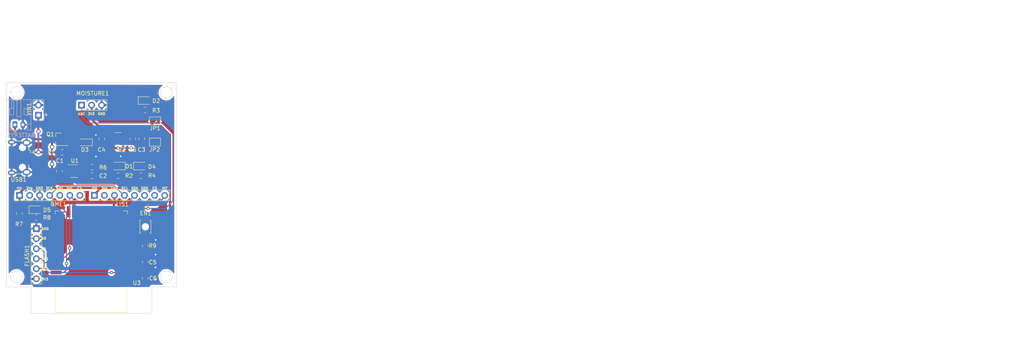
<source format=kicad_pcb>
(kicad_pcb (version 20171130) (host pcbnew "(5.1.9)-1")
  (layers (0 F.Cu signal) (31 B.Cu signal) (34 B.Paste user hide) (35 F.Paste user hide) (36 B.SilkS user) (37 F.SilkS user) (38 B.Mask user hide) (39 F.Mask user hide) (44 Edge.Cuts user))
  (net 0 "")
  (net 1 GND)
  (net 2 +BATT)
  (net 3 VBUS)
  (net 4 +3V3)
  (net 5 EN)
  (net 6 "Net-(D1-Pad1)")
  (net 7 IO2)
  (net 8 "Net-(D5-Pad1)")
  (net 9 SDA)
  (net 10 SCL)
  (net 11 TX0)
  (net 12 RX0)
  (net 13 IO0)
  (net 14 "Net-(R5-Pad1)")
  (net 15 "Net-(D4-Pad2)")
  (net 16 "Net-(U2-Pad4)")
  (net 17 "Net-(U3-Pad32)")
  (net 18 "Net-(BME1-Pad7)")
  (net 19 "Net-(BME1-Pad5)")
  (net 20 "Net-(BME1-Pad2)")
  (net 21 "Net-(C3-Pad1)")
  (net 22 "Net-(U3-Pad37)")
  (net 23 "Net-(U3-Pad31)")
  (net 24 "Net-(U3-Pad30)")
  (net 25 "Net-(U3-Pad29)")
  (net 26 "Net-(U3-Pad28)")
  (net 27 "Net-(U3-Pad27)")
  (net 28 "Net-(U3-Pad26)")
  (net 29 "Net-(U3-Pad23)")
  (net 30 "Net-(U3-Pad22)")
  (net 31 "Net-(U3-Pad21)")
  (net 32 "Net-(U3-Pad20)")
  (net 33 "Net-(U3-Pad19)")
  (net 34 "Net-(U3-Pad18)")
  (net 35 "Net-(U3-Pad17)")
  (net 36 "Net-(U3-Pad16)")
  (net 37 "Net-(U3-Pad14)")
  (net 38 "Net-(U3-Pad13)")
  (net 39 "Net-(U3-Pad12)")
  (net 40 "Net-(U3-Pad11)")
  (net 41 "Net-(U3-Pad10)")
  (net 42 "Net-(U3-Pad8)")
  (net 43 "Net-(U3-Pad7)")
  (net 44 "Net-(U3-Pad5)")
  (net 45 "Net-(U3-Pad4)")
  (net 46 "Net-(USB1-Pad4)")
  (net 47 "Net-(USB1-Pad3)")
  (net 48 "Net-(USB1-Pad2)")
  (net 49 "Net-(C4-Pad1)")
  (net 50 "Net-(R2-Pad1)")
  (net 51 "Net-(D2-Pad2)")
  (net 52 "Net-(D2-Pad1)")
  (net 53 "Net-(R6-Pad1)")
  (net 54 INT)
  (net 55 "Net-(LIS1-Pad7)")
  (net 56 "Net-(LIS1-Pad6)")
  (net 57 "Net-(LIS1-Pad2)")
  (net 58 ADC1)
  (module MountingHole:MountingHole_2.2mm_M2_Pad (layer F.Cu) (at 129.98 75.75)
    (fp_text reference REF** hide)
    (fp_text value MountingHole_2.2mm_M2_Pad)
    (pad 1 thru_hole circle (at 0 0) (size 3 3) (drill 3) (layers *.Cu *.Mask))
  )
  (module MountingHole:MountingHole_2.2mm_M2_Pad (layer F.Cu) (at 167.8 75.79)
    (fp_text reference REF** hide)
    (fp_text value MountingHole_2.2mm_M2_Pad)
    (pad 2 thru_hole circle (at 0 0) (size 3 3) (drill 3) (layers *.Cu *.Mask))
  )
  (module MountingHole:MountingHole_2.2mm_M2_Pad (layer F.Cu) (at 129.93 122.45)
    (fp_text reference REF** hide)
    (fp_text value MountingHole_2.2mm_M2_Pad)
    (pad 4 thru_hole circle (at 0 0) (size 3 3) (drill 3) (layers *.Cu *.Mask))
  )
  (module MountingHole:MountingHole_2.2mm_M2_Pad (layer F.Cu) (at 167.8 122.44)
    (fp_text reference REF** hide)
    (fp_text value MountingHole_2.2mm_M2_Pad)
    (pad 3 thru_hole circle (at 0 0) (size 3 3) (drill 3) (layers *.Cu *.Mask))
  )
  (module Connector_PinHeader_2.54mm:PinHeader_1x03_P2.54mm_Vertical (layer F.Cu) (at 146.35988 78.95336 90)
    (fp_text reference MOISTURE1 (at 2.96672 2.8194 180) (layer F.SilkS))
    (fp_text value MOISTURE)
    (pad 3 thru_hole oval (at 0 5.08 90) (size 1.7 1.7) (drill 1) (layers *.Cu *.Mask) (net 1 GND))
    (pad 2 thru_hole oval (at 0 2.54 90) (size 1.7 1.7) (drill 1) (layers *.Cu *.Mask) (net 4 +3V3))
    (pad 1 thru_hole rect (at 0 0 90) (size 1.7 1.7) (drill 1) (layers *.Cu *.Mask) (net 58 ADC1))
  )
  (module Diode_SMD:D_SOD-323_HandSoldering (layer F.Cu) (at 147.19428 88.38248 180)
    (fp_text reference D3 (at 0 -1.85) (layer F.SilkS))
    (fp_text value 1A/23V/620mV)
    (pad 2 smd rect (at 1.25 0 180) (size 1 1) (layers F.Cu F.Paste F.Mask) (net 3 VBUS))
    (pad 1 smd rect (at -1.25 0 180) (size 1 1) (layers F.Cu F.Paste F.Mask) (net 49 "Net-(C4-Pad1)"))
  )
  (module LED_SMD:LED_0805_2012Metric_Pad1.15x1.40mm_HandSolder (layer F.Cu) (at 162.5219 77.8002)
    (fp_text reference D2 (at 2.7051 0.07874) (layer F.SilkS))
    (fp_text value Red)
    (pad 2 smd roundrect (at 1.025 0) (size 1.15 1.4) (layers F.Cu F.Paste F.Mask) (roundrect_rratio 0.217391) (net 51 "Net-(D2-Pad2)"))
    (pad 1 smd roundrect (at -1.025 0) (size 1.15 1.4) (layers F.Cu F.Paste F.Mask) (roundrect_rratio 0.217391) (net 52 "Net-(D2-Pad1)"))
  )
  (module Jumper:SolderJumper-2_P1.3mm_Open_TrianglePad1.0x1.5mm (layer F.Cu) (at 164.93092 88.30056 180)
    (fp_text reference JP2 (at 0.09652 -1.89992) (layer F.SilkS))
    (fp_text value SJ)
    (pad 1 smd custom (at -0.725 0 180) (size 0.3 0.3) (layers F.Cu F.Mask) (net 4 +3V3) (options (clearance outline) (anchor rect)) (primitives (gr_poly (pts (xy -0.5 -0.75) (xy 0.5 -0.75) (xy 1 0) (xy 0.5 0.75) (xy -0.5 0.75)) (width 0))))
    (pad 2 smd custom (at 0.725 0 180) (size 0.3 0.3) (layers F.Cu F.Mask) (net 21 "Net-(C3-Pad1)") (options (clearance outline) (anchor rect)) (primitives (gr_poly (pts (xy -0.65 -0.75) (xy 0.5 -0.75) (xy 0.5 0.75) (xy -0.65 0.75) (xy -0.15 0)) (width 0))))
  )
  (module LED_SMD:LED_0805_2012Metric_Pad1.15x1.40mm_HandSolder (layer F.Cu) (at 161.3816 94.3864)
    (fp_text reference D4 (at 2.77098 0.16962 180) (layer F.SilkS))
    (fp_text value Green)
    (pad 1 smd roundrect (at -1.025 0) (size 1.15 1.4) (layers F.Cu F.Paste F.Mask) (roundrect_rratio 0.2173904347826087) (net 1 GND))
    (pad 2 smd roundrect (at 1.025 0) (size 1.15 1.4) (layers F.Cu F.Paste F.Mask) (roundrect_rratio 0.2173904347826087) (net 15 "Net-(D4-Pad2)"))
  )
  (module Package_TO_SOT_SMD:SOT-23-5_HandSoldering (layer F.Cu) (at 144.4238 95.64794)
    (fp_text reference U1 (at 0.234 -2.624) (layer F.SilkS))
    (fp_text value MCP73831)
    (pad 5 smd rect (at 1.35 -0.95) (size 1.56 0.65) (layers F.Cu F.Paste F.Mask) (net 53 "Net-(R6-Pad1)"))
    (pad 4 smd rect (at 1.35 0.95) (size 1.56 0.65) (layers F.Cu F.Paste F.Mask) (net 3 VBUS))
    (pad 3 smd rect (at -1.35 0.95) (size 1.56 0.65) (layers F.Cu F.Paste F.Mask) (net 2 +BATT))
    (pad 2 smd rect (at -1.35 0) (size 1.56 0.65) (layers F.Cu F.Paste F.Mask) (net 1 GND))
    (pad 1 smd rect (at -1.35 -0.95) (size 1.56 0.65) (layers F.Cu F.Paste F.Mask) (net 50 "Net-(R2-Pad1)"))
  )
  (module RF_Module:ESP32-WROOM-32 (layer F.Cu) (at 148.83 115.6 180)
    (fp_text reference U3 (at -11.48972 -8.3774 180) (layer F.SilkS))
    (fp_text value ESP32-WROOM-32)
    (pad 39 smd rect (at -1 -0.755 180) (size 5 5) (layers F.Cu F.Paste F.Mask) (net 1 GND))
    (pad 1 smd rect (at -8.5 -8.255 180) (size 2.8 0.9) (drill (offset -0.4 0)) (layers F.Cu F.Paste F.Mask) (net 1 GND))
    (pad 2 smd rect (at -8.5 -6.985 180) (size 2.8 0.9) (drill (offset -0.4 0)) (layers F.Cu F.Paste F.Mask) (net 4 +3V3))
    (pad 3 smd rect (at -8.5 -5.715 180) (size 2.8 0.9) (drill (offset -0.4 0)) (layers F.Cu F.Paste F.Mask) (net 5 EN))
    (pad 4 smd rect (at -8.5 -4.445 180) (size 2.8 0.9) (drill (offset -0.4 0)) (layers F.Cu F.Paste F.Mask) (net 45 "Net-(U3-Pad4)"))
    (pad 5 smd rect (at -8.5 -3.175 180) (size 2.8 0.9) (drill (offset -0.4 0)) (layers F.Cu F.Paste F.Mask) (net 44 "Net-(U3-Pad5)"))
    (pad 6 smd rect (at -8.5 -1.905 180) (size 2.8 0.9) (drill (offset -0.4 0)) (layers F.Cu F.Paste F.Mask) (net 58 ADC1))
    (pad 7 smd rect (at -8.5 -0.635 180) (size 2.8 0.9) (drill (offset -0.4 0)) (layers F.Cu F.Paste F.Mask) (net 43 "Net-(U3-Pad7)"))
    (pad 8 smd rect (at -8.5 0.635 180) (size 2.8 0.9) (drill (offset -0.4 0)) (layers F.Cu F.Paste F.Mask) (net 42 "Net-(U3-Pad8)"))
    (pad 9 smd rect (at -8.5 1.905 180) (size 2.8 0.9) (drill (offset -0.4 0)) (layers F.Cu F.Paste F.Mask) (net 54 INT))
    (pad 10 smd rect (at -8.5 3.175 180) (size 2.8 0.9) (drill (offset -0.4 0)) (layers F.Cu F.Paste F.Mask) (net 41 "Net-(U3-Pad10)"))
    (pad 11 smd rect (at -8.5 4.445 180) (size 2.8 0.9) (drill (offset -0.4 0)) (layers F.Cu F.Paste F.Mask) (net 40 "Net-(U3-Pad11)"))
    (pad 12 smd rect (at -8.5 5.715 180) (size 2.8 0.9) (drill (offset -0.4 0)) (layers F.Cu F.Paste F.Mask) (net 39 "Net-(U3-Pad12)"))
    (pad 13 smd rect (at -8.5 6.985 180) (size 2.8 0.9) (drill (offset -0.4 0)) (layers F.Cu F.Paste F.Mask) (net 38 "Net-(U3-Pad13)"))
    (pad 14 smd rect (at -8.5 8.255 180) (size 2.8 0.9) (drill (offset -0.4 0)) (layers F.Cu F.Paste F.Mask) (net 37 "Net-(U3-Pad14)"))
    (pad 15 smd rect (at -5.715 9.255 270) (size 2.8 0.9) (drill (offset -0.4 0)) (layers F.Cu F.Paste F.Mask) (net 1 GND))
    (pad 16 smd rect (at -4.445 9.255 270) (size 2.8 0.9) (drill (offset -0.4 0)) (layers F.Cu F.Paste F.Mask) (net 36 "Net-(U3-Pad16)"))
    (pad 17 smd rect (at -3.175 9.255 270) (size 2.8 0.9) (drill (offset -0.4 0)) (layers F.Cu F.Paste F.Mask) (net 35 "Net-(U3-Pad17)"))
    (pad 18 smd rect (at -1.905 9.255 270) (size 2.8 0.9) (drill (offset -0.4 0)) (layers F.Cu F.Paste F.Mask) (net 34 "Net-(U3-Pad18)"))
    (pad 19 smd rect (at -0.635 9.255 270) (size 2.8 0.9) (drill (offset -0.4 0)) (layers F.Cu F.Paste F.Mask) (net 33 "Net-(U3-Pad19)"))
    (pad 20 smd rect (at 0.635 9.255 270) (size 2.8 0.9) (drill (offset -0.4 0)) (layers F.Cu F.Paste F.Mask) (net 32 "Net-(U3-Pad20)"))
    (pad 21 smd rect (at 1.905 9.255 270) (size 2.8 0.9) (drill (offset -0.4 0)) (layers F.Cu F.Paste F.Mask) (net 31 "Net-(U3-Pad21)"))
    (pad 22 smd rect (at 3.175 9.255 270) (size 2.8 0.9) (drill (offset -0.4 0)) (layers F.Cu F.Paste F.Mask) (net 30 "Net-(U3-Pad22)"))
    (pad 23 smd rect (at 4.445 9.255 270) (size 2.8 0.9) (drill (offset -0.4 0)) (layers F.Cu F.Paste F.Mask) (net 29 "Net-(U3-Pad23)"))
    (pad 24 smd rect (at 5.715 9.255 270) (size 2.8 0.9) (drill (offset -0.4 0)) (layers F.Cu F.Paste F.Mask) (net 7 IO2))
    (pad 25 smd rect (at 8.5 8.255 180) (size 2.8 0.9) (drill (offset 0.4 0)) (layers F.Cu F.Paste F.Mask) (net 13 IO0))
    (pad 26 smd rect (at 8.5 6.985 180) (size 2.8 0.9) (drill (offset 0.4 0)) (layers F.Cu F.Paste F.Mask) (net 28 "Net-(U3-Pad26)"))
    (pad 27 smd rect (at 8.5 5.715 180) (size 2.8 0.9) (drill (offset 0.4 0)) (layers F.Cu F.Paste F.Mask) (net 27 "Net-(U3-Pad27)"))
    (pad 28 smd rect (at 8.5 4.445 180) (size 2.8 0.9) (drill (offset 0.4 0)) (layers F.Cu F.Paste F.Mask) (net 26 "Net-(U3-Pad28)"))
    (pad 29 smd rect (at 8.5 3.175 180) (size 2.8 0.9) (drill (offset 0.4 0)) (layers F.Cu F.Paste F.Mask) (net 25 "Net-(U3-Pad29)"))
    (pad 30 smd rect (at 8.5 1.905 180) (size 2.8 0.9) (drill (offset 0.4 0)) (layers F.Cu F.Paste F.Mask) (net 24 "Net-(U3-Pad30)"))
    (pad 31 smd rect (at 8.5 0.635 180) (size 2.8 0.9) (drill (offset 0.4 0)) (layers F.Cu F.Paste F.Mask) (net 23 "Net-(U3-Pad31)"))
    (pad 32 smd rect (at 8.5 -0.635 180) (size 2.8 0.9) (drill (offset 0.4 0)) (layers F.Cu F.Paste F.Mask) (net 17 "Net-(U3-Pad32)"))
    (pad 33 smd rect (at 8.5 -1.905 180) (size 2.8 0.9) (drill (offset 0.4 0)) (layers F.Cu F.Paste F.Mask) (net 9 SDA))
    (pad 34 smd rect (at 8.5 -3.175 180) (size 2.8 0.9) (drill (offset 0.4 0)) (layers F.Cu F.Paste F.Mask) (net 12 RX0))
    (pad 35 smd rect (at 8.5 -4.445 180) (size 2.8 0.9) (drill (offset 0.4 0)) (layers F.Cu F.Paste F.Mask) (net 11 TX0))
    (pad 36 smd rect (at 8.5 -5.715 180) (size 2.8 0.9) (drill (offset 0.4 0)) (layers F.Cu F.Paste F.Mask) (net 10 SCL))
    (pad 37 smd rect (at 8.5 -6.985 180) (size 2.8 0.9) (drill (offset 0.4 0)) (layers F.Cu F.Paste F.Mask) (net 22 "Net-(U3-Pad37)"))
    (pad 38 smd rect (at 8.5 -8.255 180) (size 2.8 0.9) (drill (offset 0.4 0)) (layers F.Cu F.Paste F.Mask) (net 1 GND))
  )
  (module Connector_USB:USB_Micro-B_Wuerth_629105150521 (layer F.Cu) (at 130.62712 92.19692 270)
    (fp_text reference USB1 (at 5.61086 0.15494) (layer F.SilkS))
    (fp_text value USB_B_Micro)
    (pad "" np_thru_hole oval (at 2.5 -0.8 270) (size 0.8 0.8) (drill 0.8) (layers *.Cu *.Mask))
    (pad "" np_thru_hole oval (at -2.5 -0.8 270) (size 0.8 0.8) (drill 0.8) (layers *.Cu *.Mask))
    (pad 6 thru_hole oval (at 3.875 1.95 270) (size 1.15 1.8) (drill oval 0.55 1.2) (layers *.Cu *.Mask) (net 1 GND))
    (pad 6 thru_hole oval (at -3.875 1.95 270) (size 1.15 1.8) (drill oval 0.55 1.2) (layers *.Cu *.Mask) (net 1 GND))
    (pad 6 thru_hole oval (at 3.725 -1.85 270) (size 1.45 2) (drill oval 0.85 1.4) (layers *.Cu *.Mask) (net 1 GND))
    (pad 6 thru_hole oval (at -3.725 -1.85 270) (size 1.45 2) (drill oval 0.85 1.4) (layers *.Cu *.Mask) (net 1 GND))
    (pad 5 smd rect (at 1.3 -1.9 270) (size 0.45 1.7) (drill (offset 0 -0.2)) (layers F.Cu F.Paste F.Mask) (net 1 GND))
    (pad 4 smd rect (at 0.65 -1.9 270) (size 0.45 1.7) (drill (offset 0 -0.2)) (layers F.Cu F.Paste F.Mask) (net 46 "Net-(USB1-Pad4)"))
    (pad 3 smd rect (at 0 -1.9 270) (size 0.45 1.7) (drill (offset 0 -0.2)) (layers F.Cu F.Paste F.Mask) (net 47 "Net-(USB1-Pad3)"))
    (pad 2 smd rect (at -0.65 -1.9 270) (size 0.45 1.7) (drill (offset 0 -0.2)) (layers F.Cu F.Paste F.Mask) (net 48 "Net-(USB1-Pad2)"))
    (pad 1 smd rect (at -1.3 -1.9 270) (size 0.45 1.7) (drill (offset 0 -0.2)) (layers F.Cu F.Paste F.Mask) (net 3 VBUS))
  )
  (module Button_Switch_SMD:SW_SPST_B3U-1000P-B (layer F.Cu) (at 162.5 109.76 270)
    (fp_text reference EN1 (at -3.43306 -0.05238) (layer F.SilkS))
    (fp_text value Switch)
    (pad "" np_thru_hole circle (at 0 0 270) (size 0.8 0.8) (drill 0.8) (layers *.Cu *.Mask))
    (pad 2 smd rect (at 1.7 0 270) (size 1.3 1.7) (drill (offset 0.2 0)) (layers F.Cu F.Paste F.Mask) (net 5 EN))
    (pad 1 smd rect (at -1.7 0 270) (size 1.3 1.7) (drill (offset -0.2 0)) (layers F.Cu F.Paste F.Mask) (net 1 GND))
  )
  (module Connector_PinHeader_2.54mm:PinHeader_1x08_P2.54mm_Vertical (layer F.Cu) (at 149.6 101.8 90)
    (fp_text reference LIS1 (at -2.2606 7.06882 180) (layer F.SilkS))
    (fp_text value LIS3DH)
    (pad 8 thru_hole oval (at 0 17.78 90) (size 1.7 1.7) (drill 1) (layers *.Cu *.Mask) (net 54 INT))
    (pad 7 thru_hole oval (at 0 15.24 90) (size 1.7 1.7) (drill 1) (layers *.Cu *.Mask) (net 55 "Net-(LIS1-Pad7)"))
    (pad 6 thru_hole oval (at 0 12.7 90) (size 1.7 1.7) (drill 1) (layers *.Cu *.Mask) (net 56 "Net-(LIS1-Pad6)"))
    (pad 5 thru_hole oval (at 0 10.16 90) (size 1.7 1.7) (drill 1) (layers *.Cu *.Mask) (net 9 SDA))
    (pad 4 thru_hole oval (at 0 7.62 90) (size 1.7 1.7) (drill 1) (layers *.Cu *.Mask) (net 10 SCL))
    (pad 3 thru_hole oval (at 0 5.08 90) (size 1.7 1.7) (drill 1) (layers *.Cu *.Mask) (net 1 GND))
    (pad 2 thru_hole oval (at 0 2.54 90) (size 1.7 1.7) (drill 1) (layers *.Cu *.Mask) (net 57 "Net-(LIS1-Pad2)"))
    (pad 1 thru_hole rect (at 0 0 90) (size 1.7 1.7) (drill 1) (layers *.Cu *.Mask) (net 4 +3V3))
  )
  (module Connector_PinHeader_2.54mm:PinHeader_1x02_P2.54mm_Vertical (layer F.Cu) (at 135.46 81.495 180)
    (fp_text reference VIN1 (at 2.35 1.52 90) (layer F.SilkS))
    (fp_text value Conn_01x07)
    (pad 2 thru_hole oval (at 0 2.54 180) (size 1.7 1.7) (drill 1) (layers *.Cu *.Mask) (net 1 GND))
    (pad 1 thru_hole rect (at 0 0 180) (size 1.7 1.7) (drill 1) (layers *.Cu *.Mask) (net 3 VBUS))
  )
  (module Connector_PinHeader_2.54mm:PinHeader_1x06_P2.54mm_Vertical (layer F.Cu) (at 134.94 110.21)
    (fp_text reference FLASH1 (at -2.3495 6.83514 90) (layer F.SilkS))
    (fp_text value Conn_01x07)
    (pad 6 thru_hole oval (at 0 12.7) (size 1.7 1.7) (drill 1) (layers *.Cu *.Mask) (net 4 +3V3))
    (pad 5 thru_hole oval (at 0 10.16) (size 1.7 1.7) (drill 1) (layers *.Cu *.Mask) (net 11 TX0))
    (pad 4 thru_hole oval (at 0 7.62) (size 1.7 1.7) (drill 1) (layers *.Cu *.Mask) (net 12 RX0))
    (pad 3 thru_hole oval (at 0 5.08) (size 1.7 1.7) (drill 1) (layers *.Cu *.Mask) (net 5 EN))
    (pad 2 thru_hole oval (at 0 2.54) (size 1.7 1.7) (drill 1) (layers *.Cu *.Mask) (net 13 IO0))
    (pad 1 thru_hole rect (at 0 0) (size 1.7 1.7) (drill 1) (layers *.Cu *.Mask) (net 1 GND))
  )
  (module Connector_PinHeader_2.54mm:PinHeader_1x07_P2.54mm_Vertical (layer F.Cu) (at 130.70332 101.80066 90)
    (fp_text reference BME1 (at -2.1971 9.85774 180) (layer F.SilkS))
    (fp_text value BME680)
    (pad 7 thru_hole oval (at 0 15.24 90) (size 1.7 1.7) (drill 1) (layers *.Cu *.Mask) (net 18 "Net-(BME1-Pad7)"))
    (pad 6 thru_hole oval (at 0 12.7 90) (size 1.7 1.7) (drill 1) (layers *.Cu *.Mask) (net 9 SDA))
    (pad 5 thru_hole oval (at 0 10.16 90) (size 1.7 1.7) (drill 1) (layers *.Cu *.Mask) (net 19 "Net-(BME1-Pad5)"))
    (pad 4 thru_hole oval (at 0 7.62 90) (size 1.7 1.7) (drill 1) (layers *.Cu *.Mask) (net 10 SCL))
    (pad 3 thru_hole oval (at 0 5.08 90) (size 1.7 1.7) (drill 1) (layers *.Cu *.Mask) (net 1 GND))
    (pad 2 thru_hole oval (at 0 2.54 90) (size 1.7 1.7) (drill 1) (layers *.Cu *.Mask) (net 20 "Net-(BME1-Pad2)"))
    (pad 1 thru_hole rect (at 0 0 90) (size 1.7 1.7) (drill 1) (layers *.Cu *.Mask) (net 4 +3V3))
  )
  (module Package_TO_SOT_SMD:SOT-23-5_HandSoldering (layer F.Cu) (at 155.53378 87.51432 180)
    (fp_text reference U2 (at -0.95772 -2.74584) (layer F.SilkS))
    (fp_text value AP2112K-3.3)
    (pad 5 smd rect (at 1.35 -0.95 180) (size 1.56 0.65) (layers F.Cu F.Paste F.Mask) (net 21 "Net-(C3-Pad1)"))
    (pad 4 smd rect (at 1.35 0.95 180) (size 1.56 0.65) (layers F.Cu F.Paste F.Mask) (net 16 "Net-(U2-Pad4)"))
    (pad 3 smd rect (at -1.35 0.95 180) (size 1.56 0.65) (layers F.Cu F.Paste F.Mask) (net 14 "Net-(R5-Pad1)"))
    (pad 2 smd rect (at -1.35 0 180) (size 1.56 0.65) (layers F.Cu F.Paste F.Mask) (net 1 GND))
    (pad 1 smd rect (at -1.35 -0.95 180) (size 1.56 0.65) (layers F.Cu F.Paste F.Mask) (net 49 "Net-(C4-Pad1)"))
  )
  (module Resistor_SMD:R_0805_2012Metric_Pad1.15x1.40mm_HandSolder (layer F.Cu) (at 162.4838 80.19542)
    (fp_text reference R3 (at 2.7178 0.1016) (layer F.SilkS))
    (fp_text value 1K)
    (pad 1 smd roundrect (at -1.025 0) (size 1.15 1.4) (layers F.Cu F.Paste F.Mask) (roundrect_rratio 0.2173904347826087) (net 52 "Net-(D2-Pad1)"))
    (pad 2 smd roundrect (at 1.025 0) (size 1.15 1.4) (layers F.Cu F.Paste F.Mask) (roundrect_rratio 0.2173904347826087) (net 1 GND))
  )
  (module Jumper:SolderJumper-2_P1.3mm_Open_TrianglePad1.0x1.5mm (layer F.Cu) (at 164.91822 82.9437)
    (fp_text reference JP1 (at 0.04462 1.84912) (layer F.SilkS))
    (fp_text value SJ)
    (pad 1 smd custom (at -0.725 0) (size 0.3 0.3) (layers F.Cu F.Mask) (net 4 +3V3) (options (clearance outline) (anchor rect)) (primitives (gr_poly (pts (xy -0.5 -0.75) (xy 0.5 -0.75) (xy 1 0) (xy 0.5 0.75) (xy -0.5 0.75)) (width 0))))
    (pad 2 smd custom (at 0.725 0) (size 0.3 0.3) (layers F.Cu F.Mask) (net 51 "Net-(D2-Pad2)") (options (clearance outline) (anchor rect)) (primitives (gr_poly (pts (xy -0.65 -0.75) (xy 0.5 -0.75) (xy 0.5 0.75) (xy -0.65 0.75) (xy -0.15 0)) (width 0))))
  )
  (module LED_SMD:LED_0805_2012Metric_Pad1.15x1.40mm_HandSolder (layer F.Cu) (at 134.9392 105.44418)
    (fp_text reference D5 (at 2.6808 0.06582) (layer F.SilkS))
    (fp_text value Blue)
    (pad 1 smd roundrect (at -1.025 0) (size 1.15 1.4) (layers F.Cu F.Paste F.Mask) (roundrect_rratio 0.2173904347826087) (net 8 "Net-(D5-Pad1)"))
    (pad 2 smd roundrect (at 1.025 0) (size 1.15 1.4) (layers F.Cu F.Paste F.Mask) (roundrect_rratio 0.2173904347826087) (net 7 IO2))
  )
  (module Connector_JST:JST_PH_S2B-PH-K_1x02_P2.00mm_Horizontal (layer B.Cu) (at 129.52 83.9)
    (fp_text reference BATTERY1 (at 1.53 2.66) (layer B.SilkS) (effects (justify mirror)))
    (fp_text value LiPo)
    (pad 2 thru_hole oval (at 2 0) (size 1.2 1.75) (drill 0.75) (layers *.Cu *.Mask) (net 1 GND))
    (pad 1 thru_hole roundrect (at 0 0) (size 1.2 1.75) (drill 0.75) (layers *.Cu *.Mask) (roundrect_rratio 0.2083325) (net 2 +BATT))
  )
  (module Resistor_SMD:R_0805_2012Metric_Pad1.15x1.40mm_HandSolder (layer F.Cu) (at 130.66 106.3789 90)
    (fp_text reference R7 (at -2.69494 -0.0762 180) (layer F.SilkS))
    (fp_text value 10K)
    (pad 1 smd roundrect (at -1.025 0 90) (size 1.15 1.4) (layers F.Cu F.Paste F.Mask) (roundrect_rratio 0.2173904347826087) (net 13 IO0))
    (pad 2 smd roundrect (at 1.025 0 90) (size 1.15 1.4) (layers F.Cu F.Paste F.Mask) (roundrect_rratio 0.2173904347826087) (net 4 +3V3))
  )
  (module Resistor_SMD:R_0805_2012Metric_Pad1.15x1.40mm_HandSolder (layer F.Cu) (at 162.47 114.58 90)
    (fp_text reference R9 (at 0.01838 1.85022 180) (layer F.SilkS))
    (fp_text value 10K)
    (pad 2 smd roundrect (at 1.025 0 90) (size 1.15 1.4) (layers F.Cu F.Paste F.Mask) (roundrect_rratio 0.2173904347826087) (net 5 EN))
    (pad 1 smd roundrect (at -1.025 0 90) (size 1.15 1.4) (layers F.Cu F.Paste F.Mask) (roundrect_rratio 0.2173904347826087) (net 4 +3V3))
  )
  (module Resistor_SMD:R_0805_2012Metric_Pad1.15x1.40mm_HandSolder (layer F.Cu) (at 134.9397 107.40438)
    (fp_text reference R8 (at 2.6703 0.00562) (layer F.SilkS))
    (fp_text value 1K)
    (pad 1 smd roundrect (at -1.025 0) (size 1.15 1.4) (layers F.Cu F.Paste F.Mask) (roundrect_rratio 0.2173904347826087) (net 8 "Net-(D5-Pad1)"))
    (pad 2 smd roundrect (at 1.025 0) (size 1.15 1.4) (layers F.Cu F.Paste F.Mask) (roundrect_rratio 0.2173904347826087) (net 1 GND))
  )
  (module Resistor_SMD:R_0805_2012Metric_Pad1.15x1.40mm_HandSolder (layer F.Cu) (at 148.99 94.65)
    (fp_text reference R6 (at 2.8146 0.095) (layer F.SilkS))
    (fp_text value 1.0K)
    (pad 1 smd roundrect (at -1.025 0) (size 1.15 1.4) (layers F.Cu F.Paste F.Mask) (roundrect_rratio 0.2173904347826087) (net 53 "Net-(R6-Pad1)"))
    (pad 2 smd roundrect (at 1.025 0) (size 1.15 1.4) (layers F.Cu F.Paste F.Mask) (roundrect_rratio 0.2173904347826087) (net 1 GND))
  )
  (module Resistor_SMD:R_0805_2012Metric_Pad1.15x1.40mm_HandSolder (layer F.Cu) (at 161.3535 96.80956 180)
    (fp_text reference R4 (at -2.79268 0.0079) (layer F.SilkS))
    (fp_text value 1K)
    (pad 1 smd roundrect (at -1.025 0 180) (size 1.15 1.4) (layers F.Cu F.Paste F.Mask) (roundrect_rratio 0.2173904347826087) (net 15 "Net-(D4-Pad2)"))
    (pad 2 smd roundrect (at 1.025 0 180) (size 1.15 1.4) (layers F.Cu F.Paste F.Mask) (roundrect_rratio 0.2173904347826087) (net 50 "Net-(R2-Pad1)"))
  )
  (module Resistor_SMD:R_0805_2012Metric_Pad1.15x1.40mm_HandSolder (layer F.Cu) (at 159.30118 87.46236 270)
    (fp_text reference R5 (at 2.78638 0.03302 180) (layer F.SilkS))
    (fp_text value 100K)
    (pad 2 smd roundrect (at 1.025 0 270) (size 1.15 1.4) (layers F.Cu F.Paste F.Mask) (roundrect_rratio 0.2173904347826087) (net 49 "Net-(C4-Pad1)"))
    (pad 1 smd roundrect (at -1.025 0 270) (size 1.15 1.4) (layers F.Cu F.Paste F.Mask) (roundrect_rratio 0.2173904347826087) (net 14 "Net-(R5-Pad1)"))
  )
  (module Resistor_SMD:R_0805_2012Metric_Pad1.15x1.40mm_HandSolder (layer F.Cu) (at 155.58394 96.82254)
    (fp_text reference R2 (at 2.7749 -0.00028) (layer F.SilkS))
    (fp_text value 1K)
    (pad 2 smd roundrect (at 1.025 0) (size 1.15 1.4) (layers F.Cu F.Paste F.Mask) (roundrect_rratio 0.2173904347826087) (net 6 "Net-(D1-Pad1)"))
    (pad 1 smd roundrect (at -1.025 0) (size 1.15 1.4) (layers F.Cu F.Paste F.Mask) (roundrect_rratio 0.2173904347826087) (net 50 "Net-(R2-Pad1)"))
  )
  (module Resistor_SMD:R_0805_2012Metric_Pad1.15x1.40mm_HandSolder (layer F.Cu) (at 141.4653 90.89136 180)
    (fp_text reference R1 (at 2.74066 -0.02794) (layer F.SilkS))
    (fp_text value 10K)
    (pad 2 smd roundrect (at 1.025 0 180) (size 1.15 1.4) (layers F.Cu F.Paste F.Mask) (roundrect_rratio 0.2173904347826087) (net 3 VBUS))
    (pad 1 smd roundrect (at -1.025 0 180) (size 1.15 1.4) (layers F.Cu F.Paste F.Mask) (roundrect_rratio 0.2173904347826087) (net 1 GND))
  )
  (module Package_TO_SOT_SMD:SOT-23_Handsoldering (layer F.Cu) (at 140.61186 87.59444 180)
    (fp_text reference Q1 (at 2.13614 1.24714) (layer F.SilkS))
    (fp_text value 2.5A/30V)
    (pad 1 smd rect (at -1.5 -0.95 180) (size 1.9 0.8) (layers F.Cu F.Paste F.Mask) (net 3 VBUS))
    (pad 2 smd rect (at -1.5 0.95 180) (size 1.9 0.8) (layers F.Cu F.Paste F.Mask) (net 49 "Net-(C4-Pad1)"))
    (pad 3 smd rect (at 1.5 0 180) (size 1.9 0.8) (layers F.Cu F.Paste F.Mask) (net 2 +BATT))
  )
  (module LED_SMD:LED_0805_2012Metric_Pad1.15x1.40mm_HandSolder (layer F.Cu) (at 155.57252 94.37172 180)
    (fp_text reference D1 (at -2.83458 -0.08326) (layer F.SilkS))
    (fp_text value Red)
    (pad 1 smd roundrect (at -1.025 0 180) (size 1.15 1.4) (layers F.Cu F.Paste F.Mask) (roundrect_rratio 0.2173904347826087) (net 6 "Net-(D1-Pad1)"))
    (pad 2 smd roundrect (at 1.025 0 180) (size 1.15 1.4) (layers F.Cu F.Paste F.Mask) (roundrect_rratio 0.2173904347826087) (net 3 VBUS))
  )
  (module Capacitor_SMD:C_0805_2012Metric_Pad1.15x1.40mm_HandSolder (layer F.Cu) (at 162.47 122.77 270)
    (fp_text reference C6 (at 0.01384 -1.96102 180) (layer F.SilkS))
    (fp_text value 10uF/10V)
    (pad 2 smd roundrect (at 1.025 0 270) (size 1.15 1.4) (layers F.Cu F.Paste F.Mask) (roundrect_rratio 0.2173904347826087) (net 1 GND))
    (pad 1 smd roundrect (at -1.025 0 270) (size 1.15 1.4) (layers F.Cu F.Paste F.Mask) (roundrect_rratio 0.2173904347826087) (net 4 +3V3))
  )
  (module Capacitor_SMD:C_0805_2012Metric_Pad1.15x1.40mm_HandSolder (layer F.Cu) (at 162.47 118.66 90)
    (fp_text reference C5 (at -0.06722 1.8934) (layer F.SilkS))
    (fp_text value 0.1uF/50V)
    (pad 2 smd roundrect (at 1.025 0 90) (size 1.15 1.4) (layers F.Cu F.Paste F.Mask) (roundrect_rratio 0.2173904347826087) (net 1 GND))
    (pad 1 smd roundrect (at -1.025 0 90) (size 1.15 1.4) (layers F.Cu F.Paste F.Mask) (roundrect_rratio 0.2173904347826087) (net 4 +3V3))
  )
  (module Capacitor_SMD:C_0805_2012Metric_Pad1.15x1.40mm_HandSolder (layer F.Cu) (at 151.48516 87.50934 90)
    (fp_text reference C4 (at -2.73558 -0.04826 180) (layer F.SilkS))
    (fp_text value 1.0uF/6.3V)
    (pad 2 smd roundrect (at 1.025 0 90) (size 1.15 1.4) (layers F.Cu F.Paste F.Mask) (roundrect_rratio 0.2173904347826087) (net 1 GND))
    (pad 1 smd roundrect (at -1.025 0 90) (size 1.15 1.4) (layers F.Cu F.Paste F.Mask) (roundrect_rratio 0.2173904347826087) (net 49 "Net-(C4-Pad1)"))
  )
  (module Capacitor_SMD:C_0805_2012Metric_Pad1.15x1.40mm_HandSolder (layer F.Cu) (at 161.55924 87.4649 90)
    (fp_text reference C3 (at -2.76098 -0.01524 180) (layer F.SilkS))
    (fp_text value 1.0uF/6.3V)
    (pad 2 smd roundrect (at 1.025 0 90) (size 1.15 1.4) (layers F.Cu F.Paste F.Mask) (roundrect_rratio 0.2173904347826087) (net 1 GND))
    (pad 1 smd roundrect (at -1.025 0 90) (size 1.15 1.4) (layers F.Cu F.Paste F.Mask) (roundrect_rratio 0.2173904347826087) (net 21 "Net-(C3-Pad1)"))
  )
  (module Capacitor_SMD:C_0805_2012Metric_Pad1.15x1.40mm_HandSolder (layer F.Cu) (at 148.99 96.82)
    (fp_text reference C2 (at 2.81526 0.03972) (layer F.SilkS))
    (fp_text value 4.7uF/6.3V)
    (pad 2 smd roundrect (at 1.025 0) (size 1.15 1.4) (layers F.Cu F.Paste F.Mask) (roundrect_rratio 0.2173904347826087) (net 1 GND))
    (pad 1 smd roundrect (at -1.025 0) (size 1.15 1.4) (layers F.Cu F.Paste F.Mask) (roundrect_rratio 0.2173904347826087) (net 3 VBUS))
  )
  (module Capacitor_SMD:C_0805_2012Metric_Pad1.15x1.40mm_HandSolder (layer F.Cu) (at 140.76398 95.65284 90)
    (fp_text reference C1 (at 2.61772 0.11458 180) (layer F.SilkS))
    (fp_text value 4.7uF/6.3V)
    (pad 2 smd roundrect (at 1.025 0 90) (size 1.15 1.4) (layers F.Cu F.Paste F.Mask) (roundrect_rratio 0.2173904347826087) (net 1 GND))
    (pad 1 smd roundrect (at -1.025 0 90) (size 1.15 1.4) (layers F.Cu F.Paste F.Mask) (roundrect_rratio 0.2173904347826087) (net 2 +BATT))
  )
  (gr_text + (at 129.52 85.42) (layer F.SilkS) (effects (font (size 1 1))))
  (gr_text + (at 134.2 90.8304) (layer F.SilkS) (effects (font (size 1 1))))
  (gr_line (start 127.45828 73.22762) (end 133.604 73.22312) (layer Edge.Cuts) (width 0.1))
  (gr_text + (at 137.425 81.35) (layer F.SilkS) (effects (font (size 1 1))))
  (gr_text 3V3 (at 148.81606 81.15808) (layer F.SilkS) (effects (font (size 0.6 0.6))))
  (gr_text + (at 129.52 85.56 180) (layer B.SilkS) (effects (font (size 1 1)) (justify mirror)))
  (gr_text INT (at 167.38346 99.98964) (layer F.SilkS) (effects (font (size 0.6 0.6))))
  (gr_text CS (at 164.85108 99.98456) (layer F.SilkS) (effects (font (size 0.6 0.6))))
  (gr_text SDO (at 162.31616 99.9871) (layer F.SilkS) (effects (font (size 0.6 0.6))))
  (gr_text 3Vo (at 152.1587 99.9871) (layer F.SilkS) (effects (font (size 0.6 0.6))))
  (gr_text CS (at 145.87728 99.98456) (layer F.SilkS) (effects (font (size 0.6 0.6))))
  (gr_text SDO (at 140.77188 99.98456) (layer F.SilkS) (effects (font (size 0.6 0.6))))
  (gr_text 3Vo (at 133.17728 99.98456) (layer F.SilkS) (effects (font (size 0.6 0.6))))
  (gr_text GND (at 151.43226 81.14284) (layer F.SilkS) (effects (font (size 0.6 0.6))))
  (gr_text ADC (at 146.3675 81.1784) (layer F.SilkS) (effects (font (size 0.6 0.6))))
  (gr_text 3V3 (at 137.07618 123.02998) (layer F.SilkS) (effects (font (size 0.6 0.6))))
  (gr_text RXD (at 137.07618 120.38838) (layer F.SilkS) (effects (font (size 0.6 0.6))))
  (gr_text TXD (at 137.09396 117.92204) (layer F.SilkS) (effects (font (size 0.6 0.6))))
  (gr_text EN (at 136.7917 115.3033) (layer F.SilkS) (effects (font (size 0.6 0.6))))
  (gr_text G0 (at 136.82218 112.67694) (layer F.SilkS) (effects (font (size 0.6 0.6))))
  (gr_text GND (at 137.15238 110.25124) (layer F.SilkS) (effects (font (size 0.6 0.6))))
  (gr_text SDA (at 159.78632 99.98456) (layer F.SilkS) (effects (font (size 0.6 0.6))))
  (gr_text SCL (at 157.26664 99.98456) (layer F.SilkS) (effects (font (size 0.6 0.6))))
  (gr_text GND (at 154.69362 99.9871) (layer F.SilkS) (effects (font (size 0.6 0.6))))
  (gr_text Vin (at 149.6441 99.9871) (layer F.SilkS) (effects (font (size 0.6 0.6))))
  (gr_text SDI (at 143.31188 99.98456) (layer F.SilkS) (effects (font (size 0.6 0.6))))
  (gr_text SCK (at 138.22934 99.97186) (layer F.SilkS) (effects (font (size 0.6 0.6))))
  (gr_text GND (at 135.71728 99.95916) (layer F.SilkS) (effects (font (size 0.6 0.6))))
  (gr_text Vin (at 130.63728 100.00996) (layer F.SilkS) (effects (font (size 0.6 0.6))))
  (gr_line (start 127.41 124.98) (end 127.45828 73.22762) (layer Edge.Cuts) (width 0.1))
  (gr_line (start 133.61 124.98) (end 127.41 124.98) (layer Edge.Cuts) (width 0.1))
  (gr_line (start 133.61 131.66) (end 133.61 124.98) (layer Edge.Cuts) (width 0.1))
  (gr_line (start 164.16 131.66) (end 133.61 131.66) (layer Edge.Cuts) (width 0.1))
  (gr_line (start 164.15 124.97) (end 164.16 131.66) (layer Edge.Cuts) (width 0.1))
  (gr_line (start 170.33 124.97) (end 164.15 124.97) (layer Edge.Cuts) (width 0.1))
  (gr_line (start 170.33 73.27) (end 170.33 124.97) (layer Edge.Cuts) (width 0.1))
  (gr_line (start 133.604 73.22312) (end 170.33 73.27) (layer Edge.Cuts) (width 0.1))
  (segment (start 161.84256 107.36442) (end 163.08832 107.36442) (width 0.25) (layer F.Cu) (net 1))
  (segment (start 140.76398 94.62784) (end 141.03784 94.62784) (width 0.25) (layer F.Cu) (net 1))
  (segment (start 141.03784 94.62784) (end 142.01 95.6) (width 0.25) (layer F.Cu) (net 1))
  (segment (start 142.01 95.6) (end 143.06 95.6) (width 0.25) (layer F.Cu) (net 1))
  (segment (start 152.56118 87.51432) (end 156.78726 87.51432) (width 0.5) (layer F.Cu) (net 1))
  (segment (start 151.61756 86.5707) (end 152.56118 87.51432) (width 0.5) (layer F.Cu) (net 1))
  (segment (start 151.475 86.5707) (end 151.61756 86.5707) (width 0.5) (layer F.Cu) (net 1))
  (via (at 156.25572 91.90482) (size 0.8) (drill 0.4) (layers F.Cu B.Cu) (net 1))
  (segment (start 160.3566 92.89928) (end 160.3566 94.3133) (width 0.25) (layer F.Cu) (net 1))
  (via (at 165.08984 123.090939) (size 0.8) (drill 0.4) (layers F.Cu B.Cu) (net 1))
  (segment (start 162.41 123.81) (end 164.370779 123.81) (width 0.25) (layer F.Cu) (net 1))
  (segment (start 164.370779 123.81) (end 165.08984 123.090939) (width 0.25) (layer F.Cu) (net 1))
  (segment (start 132.7404 93.58112) (end 132.7404 95.95612) (width 0.25) (layer F.Cu) (net 1))
  (segment (start 159.36214 91.90482) (end 160.3566 92.89928) (width 0.25) (layer F.Cu) (net 1))
  (segment (start 156.25572 91.90482) (end 159.36214 91.90482) (width 0.25) (layer F.Cu) (net 1))
  (via (at 150 91.96) (size 0.8) (drill 0.4) (layers F.Cu B.Cu) (net 1))
  (segment (start 150.05518 91.90482) (end 150 91.96) (width 0.25) (layer B.Cu) (net 1))
  (segment (start 150.31322 94.6343) (end 150 94.32108) (width 0.25) (layer F.Cu) (net 1))
  (segment (start 150 94.32108) (end 150 91.96) (width 0.25) (layer F.Cu) (net 1))
  (segment (start 156.25572 91.90482) (end 150.05518 91.90482) (width 0.25) (layer B.Cu) (net 1))
  (via (at 149.99046 86.48954) (size 0.8) (drill 0.4) (layers F.Cu B.Cu) (net 1))
  (segment (start 150 86.49908) (end 149.99046 86.48954) (width 0.25) (layer B.Cu) (net 1))
  (segment (start 151.48516 86.48434) (end 149.99566 86.48434) (width 0.25) (layer F.Cu) (net 1))
  (segment (start 149.99566 86.48434) (end 149.99046 86.48954) (width 0.25) (layer F.Cu) (net 1))
  (segment (start 150 91.96) (end 150 86.49908) (width 0.25) (layer B.Cu) (net 1))
  (segment (start 134.75208 108.6413) (end 135.7792 107.61418) (width 0.25) (layer F.Cu) (net 1))
  (segment (start 134.75208 110.21314) (end 134.75208 108.6413) (width 0.25) (layer F.Cu) (net 1))
  (via (at 165.09 116.78) (size 0.8) (drill 0.4) (layers F.Cu B.Cu) (net 1))
  (via (at 165.07 120.02) (size 0.8) (drill 0.4) (layers F.Cu B.Cu) (net 1))
  (segment (start 165.08984 120.03984) (end 165.07 120.02) (width 0.25) (layer B.Cu) (net 1))
  (segment (start 165.08984 123.090939) (end 165.08984 120.03984) (width 0.25) (layer B.Cu) (net 1))
  (segment (start 165.09 116.78) (end 165.09 120) (width 0.25) (layer F.Cu) (net 1))
  (segment (start 165.09 120) (end 165.07 120.02) (width 0.25) (layer F.Cu) (net 1))
  (via (at 165.100002 113.07) (size 0.8) (drill 0.4) (layers F.Cu B.Cu) (net 1))
  (segment (start 165.09 116.78) (end 165.09 113.080002) (width 0.25) (layer B.Cu) (net 1))
  (segment (start 162.5 108.06) (end 165.100002 110.660002) (width 0.25) (layer F.Cu) (net 1))
  (segment (start 165.100002 110.660002) (end 165.100002 113.07) (width 0.25) (layer F.Cu) (net 1))
  (segment (start 165.09 113.080002) (end 165.100002 113.07) (width 0.25) (layer B.Cu) (net 1))
  (segment (start 140.76398 96.67784) (end 143.01216 96.67784) (width 0.5) (layer F.Cu) (net 2))
  (segment (start 143.01216 96.67784) (end 143.06 96.63) (width 0.5) (layer F.Cu) (net 2))
  (via (at 138.917682 89.52992) (size 1.1) (drill 0.7) (layers F.Cu B.Cu) (net 2))
  (segment (start 138.917682 88.752103) (end 138.917682 89.52992) (width 0.5) (layer F.Cu) (net 2))
  (segment (start 138.917682 87.788618) (end 138.917682 88.752103) (width 0.5) (layer F.Cu) (net 2))
  (segment (start 139.11186 87.59444) (end 138.917682 87.788618) (width 0.5) (layer F.Cu) (net 2))
  (via (at 138.90498 93.898718) (size 1.1) (drill 0.7) (layers F.Cu B.Cu) (net 2))
  (segment (start 138.917682 93.886016) (end 138.90498 93.898718) (width 0.5) (layer B.Cu) (net 2))
  (segment (start 140.76398 96.67784) (end 139.8553 96.67784) (width 0.5) (layer F.Cu) (net 2))
  (segment (start 139.8553 96.67784) (end 138.90498 95.72752) (width 0.5) (layer F.Cu) (net 2))
  (segment (start 138.90498 95.72752) (end 138.90498 93.898718) (width 0.5) (layer F.Cu) (net 2))
  (segment (start 138.917682 89.52992) (end 138.917682 93.886016) (width 0.5) (layer B.Cu) (net 2))
  (segment (start 134.79 87.6) (end 134.85 87.6) (width 0.5) (layer F.Cu) (net 2))
  (segment (start 134.85 87.6) (end 139.74 87.6) (width 0.5) (layer F.Cu) (net 2))
  (segment (start 133.665 86.475) (end 134.79 87.6) (width 0.5) (layer F.Cu) (net 2))
  (segment (start 130.625 86.475) (end 133.665 86.475) (width 0.5) (layer F.Cu) (net 2))
  (segment (start 129.55 85.4) (end 130.625 86.475) (width 0.5) (layer F.Cu) (net 2))
  (segment (start 129.55 83.91) (end 129.55 85.4) (width 0.5) (layer F.Cu) (net 2))
  (segment (start 145.77492 88.54508) (end 145.9 88.42) (width 0.5) (layer F.Cu) (net 3))
  (segment (start 145.7738 96.59794) (end 148.12794 96.59794) (width 0.5) (layer F.Cu) (net 3))
  (segment (start 148.12794 96.59794) (end 148.19 96.66) (width 0.5) (layer F.Cu) (net 3))
  (segment (start 145.94428 89.96584) (end 145.94428 88.38248) (width 0.5) (layer F.Cu) (net 3))
  (segment (start 146.8444 90.86596) (end 145.94428 89.96584) (width 0.5) (layer F.Cu) (net 3))
  (segment (start 150.93696 90.86596) (end 146.8444 90.86596) (width 0.5) (layer F.Cu) (net 3))
  (segment (start 151.97328 91.90228) (end 150.93696 90.86596) (width 0.5) (layer F.Cu) (net 3))
  (segment (start 151.97328 92.83672) (end 151.97328 91.90228) (width 0.5) (layer F.Cu) (net 3))
  (segment (start 151.97 92.84) (end 151.97328 92.83672) (width 0.5) (layer F.Cu) (net 3))
  (segment (start 151.97 94.38) (end 151.97 92.84) (width 0.5) (layer F.Cu) (net 3))
  (segment (start 144.3184 88.54508) (end 145.77492 88.54508) (width 0.5) (layer F.Cu) (net 3))
  (segment (start 142.52462 88.54508) (end 144.3184 88.54508) (width 0.5) (layer F.Cu) (net 3))
  (via (at 135.48 90.89136) (size 1.1) (drill 0.7) (layers F.Cu B.Cu) (net 3))
  (via (at 135.47 85.63) (size 1.1) (drill 0.7) (layers F.Cu B.Cu) (net 3))
  (segment (start 151.97828 94.37172) (end 151.97 94.38) (width 0.5) (layer F.Cu) (net 3))
  (segment (start 154.54752 94.37172) (end 151.97828 94.37172) (width 0.5) (layer F.Cu) (net 3))
  (segment (start 140.9471 88.54444) (end 142.11186 88.54444) (width 0.5) (layer F.Cu) (net 3))
  (segment (start 140.4403 89.05124) (end 140.9471 88.54444) (width 0.5) (layer F.Cu) (net 3))
  (segment (start 140.4403 90.89136) (end 140.4403 89.05124) (width 0.5) (layer F.Cu) (net 3))
  (segment (start 147.96 97.72) (end 147.96 97.16) (width 0.5) (layer F.Cu) (net 3))
  (segment (start 148.56 98.32) (end 147.96 97.72) (width 0.5) (layer F.Cu) (net 3))
  (segment (start 151.14 98.32) (end 148.56 98.32) (width 0.5) (layer F.Cu) (net 3))
  (segment (start 151.97 97.49) (end 151.14 98.32) (width 0.5) (layer F.Cu) (net 3))
  (segment (start 151.97 94.38) (end 151.97 97.49) (width 0.5) (layer F.Cu) (net 3))
  (segment (start 140.4403 90.89136) (end 135.6741 90.89136) (width 0.5) (layer F.Cu) (net 3))
  (segment (start 135.45 85.6) (end 135.45 90.92384) (width 0.5) (layer B.Cu) (net 3))
  (segment (start 133.42112 90.89644) (end 133.41604 90.89136) (width 0.4) (layer F.Cu) (net 3))
  (segment (start 135.47492 90.89644) (end 133.42112 90.89644) (width 0.4) (layer F.Cu) (net 3))
  (segment (start 135.48 90.89136) (end 135.47492 90.89644) (width 0.4) (layer F.Cu) (net 3))
  (segment (start 135.6741 90.89136) (end 135.48 90.89136) (width 0.4) (layer F.Cu) (net 3))
  (segment (start 135.44 85.6) (end 135.47 85.63) (width 0.5) (layer F.Cu) (net 3))
  (segment (start 135.44 81.44224) (end 135.44 85.6) (width 0.5) (layer F.Cu) (net 3))
  (segment (start 149.14452 101.7028) (end 149.31172 101.87) (width 0.5) (layer F.Cu) (net 4))
  (segment (start 159.49978 122.585) (end 160.32478 121.76) (width 0.5) (layer F.Cu) (net 4))
  (segment (start 160.32478 121.76) (end 162.20172 121.76) (width 0.5) (layer F.Cu) (net 4))
  (segment (start 157.12172 122.585) (end 159.49978 122.585) (width 0.5) (layer F.Cu) (net 4))
  (segment (start 168.73172 115.63398) (end 168.73172 100.28) (width 0.5) (layer F.Cu) (net 4))
  (segment (start 168.73172 91.14996) (end 168.73172 100.28) (width 0.5) (layer F.Cu) (net 4))
  (segment (start 149.52 101.87) (end 149.52 101.68506) (width 0.5) (layer F.Cu) (net 4))
  (segment (start 149.52 101.68506) (end 150.92506 100.28) (width 0.5) (layer F.Cu) (net 4))
  (segment (start 162.49 121.47172) (end 162.20172 121.76) (width 0.5) (layer F.Cu) (net 4))
  (segment (start 162.49 119.91328) (end 162.49 121.47172) (width 0.5) (layer F.Cu) (net 4))
  (segment (start 162.26172 119.685) (end 162.49 119.91328) (width 0.5) (layer F.Cu) (net 4))
  (segment (start 151.28654 99.91852) (end 150.92506 100.28) (width 0.5) (layer F.Cu) (net 4))
  (segment (start 130.46172 101.486) (end 130.46172 101.87) (width 0.5) (layer F.Cu) (net 4))
  (segment (start 132.0292 99.91852) (end 130.46172 101.486) (width 0.5) (layer F.Cu) (net 4))
  (segment (start 151.28654 99.91852) (end 132.0292 99.91852) (width 0.5) (layer F.Cu) (net 4))
  (segment (start 167.85336 99.91852) (end 151.28654 99.91852) (width 0.5) (layer F.Cu) (net 4))
  (segment (start 168.73172 100.79688) (end 167.85336 99.91852) (width 0.5) (layer F.Cu) (net 4))
  (segment (start 168.73172 118.36828) (end 168.73172 115.63398) (width 0.5) (layer F.Cu) (net 4))
  (segment (start 165.34 121.76) (end 168.73172 118.36828) (width 0.5) (layer F.Cu) (net 4))
  (segment (start 162.20172 121.76) (end 165.34 121.76) (width 0.5) (layer F.Cu) (net 4))
  (segment (start 168.73172 110.91828) (end 168.73172 115.63398) (width 0.5) (layer F.Cu) (net 4))
  (segment (start 168.73172 112.19828) (end 168.73172 110.91828) (width 0.5) (layer F.Cu) (net 4))
  (segment (start 165.325 115.605) (end 168.73172 112.19828) (width 0.5) (layer F.Cu) (net 4))
  (segment (start 162.26172 115.605) (end 165.325 115.605) (width 0.5) (layer F.Cu) (net 4))
  (segment (start 130.68046 105.28532) (end 130.68046 102.13874) (width 0.5) (layer F.Cu) (net 4))
  (segment (start 130.74904 105.3539) (end 130.68046 105.28532) (width 0.5) (layer F.Cu) (net 4))
  (segment (start 129.78914 105.3539) (end 130.74904 105.3539) (width 0.5) (layer F.Cu) (net 4))
  (segment (start 130.68046 102.13874) (end 130.46172 101.92) (width 0.5) (layer F.Cu) (net 4))
  (segment (start 129.12598 106.01706) (end 129.78914 105.3539) (width 0.5) (layer F.Cu) (net 4))
  (segment (start 129.12598 118.49598) (end 129.12598 106.01706) (width 0.5) (layer F.Cu) (net 4))
  (segment (start 133.59 122.96) (end 129.12598 118.49598) (width 0.5) (layer F.Cu) (net 4))
  (segment (start 135.04 122.96) (end 133.59 122.96) (width 0.5) (layer F.Cu) (net 4))
  (segment (start 168.73172 89.76) (end 168.73172 91.14996) (width 0.5) (layer F.Cu) (net 4))
  (segment (start 168.73172 90.61402) (end 168.73172 91.14996) (width 0.5) (layer F.Cu) (net 4))
  (segment (start 166.6113 88.4936) (end 168.73172 90.61402) (width 0.5) (layer F.Cu) (net 4))
  (segment (start 165.59386 88.4936) (end 166.6113 88.4936) (width 0.5) (layer F.Cu) (net 4))
  (segment (start 165.43892 88.64854) (end 165.59386 88.4936) (width 0.5) (layer F.Cu) (net 4))
  (segment (start 163.86418 82.61466) (end 164.19322 82.9437) (width 0.25) (layer F.Cu) (net 4))
  (segment (start 164.19322 82.9437) (end 164.19322 84.17814) (width 0.5) (layer F.Cu) (net 4))
  (segment (start 164.19322 84.17814) (end 164.1221 84.24926) (width 0.5) (layer F.Cu) (net 4))
  (segment (start 164.1221 84.24926) (end 165.53434 84.24926) (width 0.5) (layer F.Cu) (net 4))
  (segment (start 165.53434 84.24926) (end 166.45128 84.24926) (width 0.5) (layer F.Cu) (net 4))
  (segment (start 166.45128 84.24926) (end 168.73172 86.5297) (width 0.5) (layer F.Cu) (net 4))
  (segment (start 168.73172 86.5297) (end 168.73172 89.74064) (width 0.5) (layer F.Cu) (net 4))
  (segment (start 148.9202 78.95082) (end 148.9202 82.52968) (width 0.5) (layer F.Cu) (net 4))
  (segment (start 148.9202 82.52968) (end 150.63978 84.24926) (width 0.5) (layer F.Cu) (net 4))
  (segment (start 150.63978 84.24926) (end 164.1221 84.24926) (width 0.5) (layer F.Cu) (net 4))
  (segment (start 157.33 121.315) (end 159.375 121.315) (width 0.25) (layer F.Cu) (net 5))
  (segment (start 159.375 121.315) (end 161.07 119.62) (width 0.25) (layer F.Cu) (net 5))
  (segment (start 161.07 119.62) (end 161.07 114.86) (width 0.25) (layer F.Cu) (net 5))
  (segment (start 162.5 111.46) (end 162.5 113.4) (width 0.25) (layer F.Cu) (net 5))
  (via (at 153.93 121.34) (size 0.8) (drill 0.4) (layers F.Cu B.Cu) (net 5))
  (segment (start 153.93 121.34) (end 157.61 121.34) (width 0.25) (layer F.Cu) (net 5))
  (segment (start 153.9 121.31) (end 153.93 121.34) (width 0.25) (layer B.Cu) (net 5))
  (segment (start 162.34274 113.58) (end 162.4 113.58) (width 0.25) (layer F.Cu) (net 5))
  (segment (start 161.07 114.85274) (end 162.34274 113.58) (width 0.25) (layer F.Cu) (net 5))
  (segment (start 161.07 114.86) (end 161.07 114.85274) (width 0.25) (layer F.Cu) (net 5))
  (segment (start 138.02 121.34) (end 153.93 121.34) (width 0.25) (layer B.Cu) (net 5))
  (segment (start 136.89 120.21) (end 138.02 121.34) (width 0.25) (layer B.Cu) (net 5))
  (segment (start 136.89 116.05) (end 136.89 120.21) (width 0.25) (layer B.Cu) (net 5))
  (segment (start 136.1 115.26) (end 136.89 116.05) (width 0.25) (layer B.Cu) (net 5))
  (segment (start 134.87 115.26) (end 136.1 115.26) (width 0.25) (layer B.Cu) (net 5))
  (segment (start 156.59752 94.37172) (end 156.59752 96.68472) (width 0.25) (layer F.Cu) (net 6))
  (segment (start 139.13418 105.47418) (end 135.71418 105.47418) (width 0.25) (layer F.Cu) (net 7))
  (segment (start 139.67 106.01) (end 139.13418 105.47418) (width 0.25) (layer F.Cu) (net 7))
  (segment (start 142.78 106.01) (end 139.67 106.01) (width 0.25) (layer F.Cu) (net 7))
  (segment (start 133.7342 107.23834) (end 133.7292 107.24334) (width 0.25) (layer F.Cu) (net 8))
  (segment (start 133.9142 105.44418) (end 133.9142 107.57918) (width 0.25) (layer F.Cu) (net 8))
  (via (at 143.36 115.13) (size 0.8) (drill 0.4) (layers F.Cu B.Cu) (net 9))
  (segment (start 143.36 116.22) (end 143.36 115.13) (width 0.25) (layer F.Cu) (net 9))
  (segment (start 142.07 117.51) (end 143.36 116.22) (width 0.25) (layer F.Cu) (net 9))
  (segment (start 140.06 117.51) (end 142.07 117.51) (width 0.25) (layer F.Cu) (net 9))
  (segment (start 139.89 117.34) (end 140.06 117.51) (width 0.25) (layer F.Cu) (net 9))
  (segment (start 157.77 103.79) (end 159.63 101.93) (width 0.25) (layer B.Cu) (net 9))
  (segment (start 145.29 103.79) (end 157.77 103.79) (width 0.25) (layer B.Cu) (net 9))
  (segment (start 143.37 101.87) (end 145.29 103.79) (width 0.25) (layer B.Cu) (net 9))
  (segment (start 143.37 115.12) (end 143.37 101.87) (width 0.25) (layer B.Cu) (net 9))
  (segment (start 143.36 115.13) (end 143.37 115.12) (width 0.25) (layer B.Cu) (net 9))
  (segment (start 138.975 121.315) (end 138.93 121.36) (width 0.25) (layer F.Cu) (net 10))
  (segment (start 140.33 121.315) (end 138.975 121.315) (width 0.25) (layer F.Cu) (net 10))
  (via (at 142.56 119.05) (size 0.8) (drill 0.4) (layers F.Cu B.Cu) (net 10))
  (segment (start 142.56 120.63) (end 142.56 119.05) (width 0.25) (layer F.Cu) (net 10))
  (segment (start 141.85 121.34) (end 142.56 120.63) (width 0.25) (layer F.Cu) (net 10))
  (segment (start 140.13 121.34) (end 141.85 121.34) (width 0.25) (layer F.Cu) (net 10))
  (segment (start 157.14 101.88) (end 157.24 101.88) (width 0.25) (layer B.Cu) (net 10))
  (segment (start 154.64766 99.38766) (end 157.14 101.88) (width 0.25) (layer B.Cu) (net 10))
  (segment (start 138.29 101.87) (end 140.77234 99.38766) (width 0.25) (layer B.Cu) (net 10))
  (segment (start 140.77234 99.38766) (end 154.64766 99.38766) (width 0.25) (layer B.Cu) (net 10))
  (segment (start 142.56 106.14) (end 138.29 101.87) (width 0.25) (layer B.Cu) (net 10))
  (segment (start 142.56 119.05) (end 142.56 106.14) (width 0.25) (layer B.Cu) (net 10))
  (segment (start 139.67 120.29) (end 139.9 120.06) (width 0.25) (layer F.Cu) (net 11))
  (segment (start 134.75 120.29) (end 139.67 120.29) (width 0.25) (layer F.Cu) (net 11))
  (segment (start 134.73 120.31) (end 134.75 120.29) (width 0.25) (layer F.Cu) (net 11))
  (segment (start 137.07 118.81) (end 140 118.81) (width 0.25) (layer F.Cu) (net 12))
  (segment (start 136.05 117.79) (end 137.07 118.81) (width 0.25) (layer F.Cu) (net 12))
  (segment (start 134.83 117.79) (end 136.05 117.79) (width 0.25) (layer F.Cu) (net 12))
  (segment (start 136.89 111.88522) (end 136.89 108.77626) (width 0.25) (layer F.Cu) (net 13))
  (segment (start 136.07522 112.7) (end 136.89 111.88522) (width 0.25) (layer F.Cu) (net 13))
  (segment (start 136.89 108.77626) (end 138.20626 107.46) (width 0.25) (layer F.Cu) (net 13))
  (segment (start 131.55442 112.7) (end 136.07522 112.7) (width 0.25) (layer F.Cu) (net 13))
  (segment (start 130.61 107.19646) (end 130.61 111.75558) (width 0.25) (layer F.Cu) (net 13))
  (segment (start 138.20626 107.46) (end 140.29 107.46) (width 0.25) (layer F.Cu) (net 13))
  (segment (start 130.61 111.75558) (end 131.55442 112.7) (width 0.25) (layer F.Cu) (net 13))
  (segment (start 130.55854 107.145) (end 130.61 107.19646) (width 0.25) (layer F.Cu) (net 13))
  (segment (start 159.17422 86.56432) (end 159.30118 86.43736) (width 0.25) (layer F.Cu) (net 14))
  (segment (start 156.88378 86.56432) (end 159.17422 86.56432) (width 0.25) (layer F.Cu) (net 14))
  (segment (start 162.4066 94.3133) (end 162.4066 96.6441) (width 0.25) (layer F.Cu) (net 15))
  (via (at 158.92016 89.82364) (size 0.8) (drill 0.4) (layers F.Cu B.Cu) (net 21))
  (segment (start 161.59 89.37216) (end 161.59 88.71) (width 0.5) (layer F.Cu) (net 21))
  (segment (start 161.05216 89.91) (end 161.59 89.37216) (width 0.5) (layer F.Cu) (net 21))
  (segment (start 158.91 89.91) (end 161.05216 89.91) (width 0.5) (layer F.Cu) (net 21))
  (via (at 155.55722 89.84488) (size 0.8) (drill 0.4) (layers F.Cu B.Cu) (net 21))
  (segment (start 158.92016 89.82364) (end 155.57846 89.82364) (width 0.5) (layer B.Cu) (net 21))
  (segment (start 155.57846 89.82364) (end 155.55722 89.84488) (width 0.5) (layer B.Cu) (net 21))
  (segment (start 154.84094 89.84488) (end 155.55722 89.84488) (width 0.5) (layer F.Cu) (net 21))
  (segment (start 154.17362 89.17756) (end 154.84094 89.84488) (width 0.5) (layer F.Cu) (net 21))
  (segment (start 154.17362 88.55068) (end 154.17362 89.17756) (width 0.5) (layer F.Cu) (net 21))
  (segment (start 164.03856 88.4899) (end 164.1972 88.64854) (width 0.25) (layer F.Cu) (net 21))
  (segment (start 161.55924 88.4899) (end 164.03856 88.4899) (width 0.5) (layer F.Cu) (net 21))
  (segment (start 142.52462 86.64508) (end 147.84508 86.64508) (width 0.5) (layer F.Cu) (net 49))
  (segment (start 147.84508 86.64508) (end 148.45 87.25) (width 0.5) (layer F.Cu) (net 49))
  (segment (start 148.45 87.25) (end 148.45 88.36) (width 0.5) (layer F.Cu) (net 49))
  (segment (start 148.44428 88.38248) (end 151.23678 88.38248) (width 0.5) (layer F.Cu) (net 49))
  (segment (start 159.23772 88.43772) (end 159.38 88.58) (width 0.5) (layer F.Cu) (net 49))
  (segment (start 156.91038 88.43772) (end 159.23772 88.43772) (width 0.5) (layer F.Cu) (net 49))
  (segment (start 156.88378 88.46432) (end 156.91038 88.43772) (width 0.5) (layer F.Cu) (net 49))
  (segment (start 156.88378 89.84674) (end 156.88378 88.46432) (width 0.5) (layer F.Cu) (net 49))
  (segment (start 155.67152 91.059) (end 156.88378 89.84674) (width 0.5) (layer F.Cu) (net 49))
  (segment (start 152.6794 91.059) (end 155.67152 91.059) (width 0.5) (layer F.Cu) (net 49))
  (segment (start 151.48516 89.86476) (end 152.6794 91.059) (width 0.5) (layer F.Cu) (net 49))
  (segment (start 151.48516 88.53434) (end 151.48516 89.86476) (width 0.5) (layer F.Cu) (net 49))
  (segment (start 159.56708 98.93554) (end 160.37756 98.12506) (width 0.25) (layer F.Cu) (net 50))
  (segment (start 145.23466 98.93554) (end 159.56708 98.93554) (width 0.25) (layer F.Cu) (net 50))
  (segment (start 144.45 98.15088) (end 145.23466 98.93554) (width 0.25) (layer F.Cu) (net 50))
  (segment (start 144.45 95.04414) (end 144.45 98.15088) (width 0.25) (layer F.Cu) (net 50))
  (segment (start 144.1038 94.69794) (end 144.45 95.04414) (width 0.25) (layer F.Cu) (net 50))
  (segment (start 160.37756 98.12506) (end 160.37756 96.86506) (width 0.25) (layer F.Cu) (net 50))
  (segment (start 143.0738 94.69794) (end 144.1038 94.69794) (width 0.25) (layer F.Cu) (net 50))
  (segment (start 154.55894 98.8975) (end 154.5209 98.93554) (width 0.25) (layer F.Cu) (net 50))
  (segment (start 154.55894 96.82254) (end 154.55894 98.8975) (width 0.25) (layer F.Cu) (net 50))
  (segment (start 163.51896 78.2447) (end 164.74186 78.2447) (width 0.25) (layer F.Cu) (net 51))
  (segment (start 164.74186 78.2447) (end 165.64322 79.14606) (width 0.25) (layer F.Cu) (net 51))
  (segment (start 165.64322 79.14606) (end 165.64322 82.9437) (width 0.25) (layer F.Cu) (net 51))
  (segment (start 161.4969 77.8002) (end 161.4969 80.51038) (width 0.25) (layer F.Cu) (net 52))
  (segment (start 161.4969 80.51038) (end 161.47404 80.53324) (width 0.25) (layer F.Cu) (net 52))
  (segment (start 145.7738 94.69794) (end 148.15206 94.69794) (width 0.25) (layer F.Cu) (net 53))
  (segment (start 148.15206 94.69794) (end 148.24 94.61) (width 0.25) (layer F.Cu) (net 53))
  (segment (start 159.58 113.68) (end 157.96 113.68) (width 0.25) (layer F.Cu) (net 54))
  (segment (start 159.9 113.36) (end 159.58 113.68) (width 0.25) (layer F.Cu) (net 54))
  (segment (start 159.9 106.36359) (end 159.9 113.36) (width 0.25) (layer F.Cu) (net 54))
  (segment (start 161.89359 104.37) (end 159.9 106.36359) (width 0.25) (layer F.Cu) (net 54))
  (segment (start 165.21798 104.37) (end 161.89359 104.37) (width 0.25) (layer F.Cu) (net 54))
  (segment (start 167.3 102.28798) (end 165.21798 104.37) (width 0.25) (layer F.Cu) (net 54))
  (segment (start 167.3 101.87) (end 167.3 102.28798) (width 0.25) (layer F.Cu) (net 54))
  (via (at 163.169998 105.1) (size 0.8) (drill 0.4) (layers F.Cu B.Cu) (net 58))
  (segment (start 160.49244 106.61396) (end 162.0064 105.1) (width 0.25) (layer F.Cu) (net 58))
  (segment (start 162.0064 105.1) (end 163.169998 105.1) (width 0.25) (layer F.Cu) (net 58))
  (segment (start 160.49244 116.43756) (end 160.49244 106.61396) (width 0.25) (layer F.Cu) (net 58))
  (segment (start 159.425 117.505) (end 160.49244 116.43756) (width 0.25) (layer F.Cu) (net 58))
  (segment (start 157.33 117.505) (end 159.425 117.505) (width 0.25) (layer F.Cu) (net 58))
  (segment (start 167.5817 105.1) (end 163.169998 105.1) (width 0.25) (layer B.Cu) (net 58))
  (segment (start 169.43832 103.24338) (end 167.5817 105.1) (width 0.25) (layer B.Cu) (net 58))
  (segment (start 166.64686 83.48472) (end 169.43832 86.27618) (width 0.25) (layer B.Cu) (net 58))
  (segment (start 147.97532 83.48472) (end 166.64686 83.48472) (width 0.25) (layer B.Cu) (net 58))
  (segment (start 169.43832 86.27618) (end 169.43832 103.24338) (width 0.25) (layer B.Cu) (net 58))
  (segment (start 146.41068 81.92008) (end 147.97532 83.48472) (width 0.25) (layer B.Cu) (net 58))
  (segment (start 146.41068 78.9813) (end 146.41068 81.92008) (width 0.25) (layer B.Cu) (net 58))
  (zone (net 1) (net_name GND) (layer F.Cu) (connect_pads (clearance 0.508)) (min_thickness 0.254) (fill yes (arc_segments 32) (thermal_gap 0.508) (thermal_bridge_width 0.508))
    (polygon (pts (xy 170.34 73.26) (xy 170.35 124.98) (xy 164.16 125) (xy 127.41 125) (xy 127.44 73.22)))
  )
  (zone (net 1) (net_name GND) (layer B.Cu) (connect_pads (clearance 0.508)) (min_thickness 0.254) (fill yes (arc_segments 32) (thermal_gap 0.508) (thermal_bridge_width 0.508))
    (polygon (pts (xy 170.35 73.26) (xy 170.34 125) (xy 127.4 125) (xy 127.45 73.21)))
  )
)
</source>
